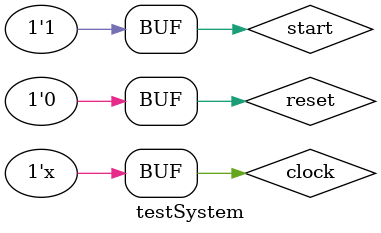
<source format=v>
`timescale 1ns / 1ps


module testSystem;
    parameter           PERIOD  = 40; // debe dar 50 Mh
    parameter           N_CLOCK = 163;
//    parameter           CHANGE_RX = (N_CLOCK*3)/4; // 122
    parameter           N_DATA = 8;
    
    parameter           NB_DATA = 8;
    
//    parameter   [7:0]  data_rx          = 8'b00001010;
//    parameter   [7:0]  data_rx_b        = 8'b00000001;
//    parameter   [7:0]  data_rx_op       = 8'b00100000;
    
//    parameter   bit_start               = 1'b0;
//    parameter   bit_stop                = 1'b1;
//    parameter   bit_par                 = 1'b1;
//    parameter   STARTS_TICKS            = 7;    // cantidad de bit para colcarse al centro del bit de start
//    parameter   DATA_TICKS              = 15;   // cantidad de bit para colcarse al centro del bit de dato
    
    //count_tick

//    wire        rx_done_tick;
//    wire [NB_DATA - 1:0]  dout;

//    reg   [2:0] counter_t;
    
//    wire    [NB_DATA -1 : 0] 
//             o_data_A, 
//             o_data_B, 
//             o_data_Op, 
//             o_alu  ;    
    wire        tick;
    wire        tx_source;

    // _________________________________ TOP _______________________________________ //
    wire    tx;
//    reg     rx;                 
    reg     clock;
    reg    reset;
    
    
    
// // ______________________ BRG ____________ //
//    BaudRateGenerator myBRG (
//        .tick(tick),
//        .clock (clock),
//        .reset(reset)
//    );
//    // ____________________ Rx   ____________________ //
//    rx_uart myrx_uart(
//        .s_tick(tick), 
//        .rx(rx),
//        .rx_done_tick(rx_done_tick), 
//        .dout(dout),
//        .clock(clock),
//        .reset(reset)
//    );
//    // ______________________ Tx ____________ //
//    tx_uart mytx_uart(
//        .s_tick(tick), 
//        .tx(tx),
//        .tx_done_tick(tx_done_tick), 
//        .tx_start(empty),
//        .read_tx(read_tx),
//        .din(o_tx),
//        .clock(clock),
//        .reset(reset)
//    );
//    // ______________________ interface  ____________ //
//    interface_uart myinterface_uart (
//        .in_rx      (dout), 
//        .wr         (rx_done_tick), 
//        .CLOCK      (clock), 
//        .in_alu     (o_alu),
//        .o_data_A   (o_data_A), 
//        .o_data_B   (o_data_B), 
//        .o_data_Op  (o_data_Op),
//        .o_tx       (o_tx),
//        .empty      (empty),
//        .rd         (tx_done_tick),
//        .read_tx    (read_tx),
//        .reset(reset)
        
//    );
//    // ______________________ alu   ____________ //
//    alu myAlu (.i_a(o_data_A), .i_b(o_data_B), .i_op(o_data_Op[5:0]), .o_o(o_alu));
    
    
    top mytop(
        .tx(tx),
        .rx(tx_source),
        .clock(clock),
        .reset(reset)
    );
    // ______________________ BRG ____________ //
    baudrate_test myBRGTest (
        .tick(tick),
        .clock (clock),
        .reset (reset)
    );
        
    reg        empty;
    reg  [NB_DATA - 1:0] o_tx;
    wire  tx_done_tick;
    transmisor_test source_messages(
        .s_tick(tick), 
        .tx(tx_source),
        .tx_start(empty),
        .tx_done_tick(tx_done_tick),
        .din(o_tx),
        .clock(clock),
        .reset(reset)
    );
    reg start;
    reg [1:0]count_data;
    initial
        begin
//            D_Op_sw [0] = 8'b00100000;
//            D_Op_sw [1] = 8'b00100010;
//            D_Op_sw [2] = 8'b00100100;
//            D_Op_sw [3] = 8'b00100101;
//            D_Op_sw [4] = 8'b00100110;
//            D_Op_sw [5] = 8'b00000011;
//            D_Op_sw [6] = 8'b00000010;
//            D_Op_sw [7] = 8'b00100111;
            count_data  = 0;
            start       = 0;        
            empty       = 1;
            o_tx        = 0;
//            rx          = 1;
            clock       = 0; 
            reset       = 1;
            #PERIOD reset = 0;     
            #PERIOD;
            start       = 1;
        end
    
    always begin
        #(PERIOD/2) clock = ~clock;
        #(PERIOD/2);
    end
       
    always @(posedge tick) begin
        if(count_data == 2'b00 && start)begin
            o_tx    <= 8'b01010101;
            empty   <= 0;
            #(PERIOD*3);
            empty   <= 1'b1;
            count_data <= count_data + 1;
        end  
    end
    
    always @(posedge tx_done_tick) begin
        #(PERIOD*2);
        if (count_data <= 2'b10) begin
            o_tx    <= 8'b00100000;
            empty   <= 0;
            #(PERIOD*3);
            empty   <= 1'b1;
            count_data <= count_data + 1; 
        end 
    end
    
endmodule 



</source>
